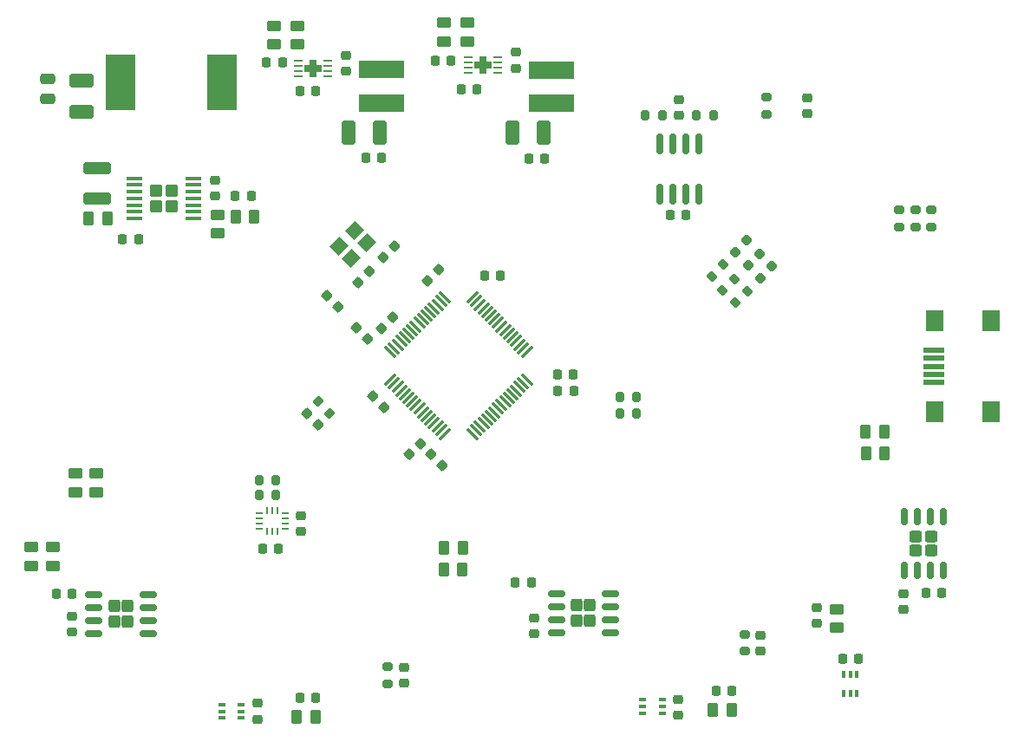
<source format=gtp>
G04 #@! TF.GenerationSoftware,KiCad,Pcbnew,8.0.1*
G04 #@! TF.CreationDate,2024-05-07T00:12:20+05:00*
G04 #@! TF.ProjectId,MyVesc,4d795665-7363-42e6-9b69-6361645f7063,rev?*
G04 #@! TF.SameCoordinates,Original*
G04 #@! TF.FileFunction,Paste,Top*
G04 #@! TF.FilePolarity,Positive*
%FSLAX46Y46*%
G04 Gerber Fmt 4.6, Leading zero omitted, Abs format (unit mm)*
G04 Created by KiCad (PCBNEW 8.0.1) date 2024-05-07 00:12:20*
%MOMM*%
%LPD*%
G01*
G04 APERTURE LIST*
G04 Aperture macros list*
%AMRoundRect*
0 Rectangle with rounded corners*
0 $1 Rounding radius*
0 $2 $3 $4 $5 $6 $7 $8 $9 X,Y pos of 4 corners*
0 Add a 4 corners polygon primitive as box body*
4,1,4,$2,$3,$4,$5,$6,$7,$8,$9,$2,$3,0*
0 Add four circle primitives for the rounded corners*
1,1,$1+$1,$2,$3*
1,1,$1+$1,$4,$5*
1,1,$1+$1,$6,$7*
1,1,$1+$1,$8,$9*
0 Add four rect primitives between the rounded corners*
20,1,$1+$1,$2,$3,$4,$5,0*
20,1,$1+$1,$4,$5,$6,$7,0*
20,1,$1+$1,$6,$7,$8,$9,0*
20,1,$1+$1,$8,$9,$2,$3,0*%
%AMRotRect*
0 Rectangle, with rotation*
0 The origin of the aperture is its center*
0 $1 length*
0 $2 width*
0 $3 Rotation angle, in degrees counterclockwise*
0 Add horizontal line*
21,1,$1,$2,0,0,$3*%
G04 Aperture macros list end*
%ADD10RoundRect,0.200000X0.275000X-0.200000X0.275000X0.200000X-0.275000X0.200000X-0.275000X-0.200000X0*%
%ADD11RoundRect,0.200000X-0.053033X0.335876X-0.335876X0.053033X0.053033X-0.335876X0.335876X-0.053033X0*%
%ADD12RoundRect,0.250000X-0.450000X0.262500X-0.450000X-0.262500X0.450000X-0.262500X0.450000X0.262500X0*%
%ADD13RoundRect,0.225000X-0.250000X0.225000X-0.250000X-0.225000X0.250000X-0.225000X0.250000X0.225000X0*%
%ADD14RoundRect,0.250000X0.450000X-0.262500X0.450000X0.262500X-0.450000X0.262500X-0.450000X-0.262500X0*%
%ADD15RoundRect,0.225000X0.225000X0.250000X-0.225000X0.250000X-0.225000X-0.250000X0.225000X-0.250000X0*%
%ADD16RoundRect,0.225000X0.250000X-0.225000X0.250000X0.225000X-0.250000X0.225000X-0.250000X-0.225000X0*%
%ADD17RoundRect,0.200000X-0.275000X0.200000X-0.275000X-0.200000X0.275000X-0.200000X0.275000X0.200000X0*%
%ADD18R,0.675000X0.250000*%
%ADD19R,0.250000X0.675000*%
%ADD20RoundRect,0.225000X-0.335876X-0.017678X-0.017678X-0.335876X0.335876X0.017678X0.017678X0.335876X0*%
%ADD21RoundRect,0.225000X-0.225000X-0.250000X0.225000X-0.250000X0.225000X0.250000X-0.225000X0.250000X0*%
%ADD22RoundRect,0.250000X1.100000X-0.325000X1.100000X0.325000X-1.100000X0.325000X-1.100000X-0.325000X0*%
%ADD23RoundRect,0.250000X0.412500X0.925000X-0.412500X0.925000X-0.412500X-0.925000X0.412500X-0.925000X0*%
%ADD24RotRect,1.400000X1.200000X225.000000*%
%ADD25RoundRect,0.250000X-0.305000X-0.375000X0.305000X-0.375000X0.305000X0.375000X-0.305000X0.375000X0*%
%ADD26RoundRect,0.150000X-0.675000X-0.150000X0.675000X-0.150000X0.675000X0.150000X-0.675000X0.150000X0*%
%ADD27RoundRect,0.250000X-0.262500X-0.450000X0.262500X-0.450000X0.262500X0.450000X-0.262500X0.450000X0*%
%ADD28R,0.700000X0.650000*%
%ADD29R,1.800000X0.700000*%
%ADD30O,0.850000X0.250000*%
%ADD31RoundRect,0.225000X-0.017678X0.335876X-0.335876X0.017678X0.017678X-0.335876X0.335876X-0.017678X0*%
%ADD32R,2.000000X0.500000*%
%ADD33R,1.700000X2.000000*%
%ADD34RoundRect,0.250001X-0.354999X-0.374999X0.354999X-0.374999X0.354999X0.374999X-0.354999X0.374999X0*%
%ADD35RoundRect,0.100000X-0.687500X-0.100000X0.687500X-0.100000X0.687500X0.100000X-0.687500X0.100000X0*%
%ADD36RoundRect,0.250000X0.262500X0.450000X-0.262500X0.450000X-0.262500X-0.450000X0.262500X-0.450000X0*%
%ADD37RoundRect,0.075000X-0.548008X0.441942X0.441942X-0.548008X0.548008X-0.441942X-0.441942X0.548008X0*%
%ADD38RoundRect,0.075000X-0.548008X-0.441942X-0.441942X-0.548008X0.548008X0.441942X0.441942X0.548008X0*%
%ADD39RoundRect,0.225000X0.017678X-0.335876X0.335876X-0.017678X-0.017678X0.335876X-0.335876X0.017678X0*%
%ADD40RoundRect,0.200000X0.200000X0.275000X-0.200000X0.275000X-0.200000X-0.275000X0.200000X-0.275000X0*%
%ADD41RoundRect,0.218750X-0.026517X0.335876X-0.335876X0.026517X0.026517X-0.335876X0.335876X-0.026517X0*%
%ADD42RoundRect,0.200000X-0.200000X-0.275000X0.200000X-0.275000X0.200000X0.275000X-0.200000X0.275000X0*%
%ADD43RoundRect,0.250000X-0.925000X0.412500X-0.925000X-0.412500X0.925000X-0.412500X0.925000X0.412500X0*%
%ADD44RoundRect,0.100000X0.225000X0.100000X-0.225000X0.100000X-0.225000X-0.100000X0.225000X-0.100000X0*%
%ADD45RoundRect,0.225000X0.335876X0.017678X0.017678X0.335876X-0.335876X-0.017678X-0.017678X-0.335876X0*%
%ADD46RoundRect,0.250000X-0.475000X0.250000X-0.475000X-0.250000X0.475000X-0.250000X0.475000X0.250000X0*%
%ADD47R,4.500000X1.750000*%
%ADD48RoundRect,0.150000X0.150000X-0.825000X0.150000X0.825000X-0.150000X0.825000X-0.150000X-0.825000X0*%
%ADD49RoundRect,0.250000X0.375000X-0.305000X0.375000X0.305000X-0.375000X0.305000X-0.375000X-0.305000X0*%
%ADD50RoundRect,0.150000X0.150000X-0.675000X0.150000X0.675000X-0.150000X0.675000X-0.150000X-0.675000X0*%
%ADD51RoundRect,0.200000X0.335876X0.053033X0.053033X0.335876X-0.335876X-0.053033X-0.053033X-0.335876X0*%
%ADD52R,2.900000X5.400000*%
%ADD53RoundRect,0.100000X-0.100000X0.225000X-0.100000X-0.225000X0.100000X-0.225000X0.100000X0.225000X0*%
G04 APERTURE END LIST*
D10*
X294500000Y-105025000D03*
X294500000Y-103375000D03*
D11*
X275300000Y-110100000D03*
X274133274Y-111266726D03*
D12*
X208760419Y-136327500D03*
X208760419Y-138152500D03*
D13*
X282400000Y-92425000D03*
X282400000Y-93975000D03*
X232942501Y-133232498D03*
X232942501Y-134782498D03*
D14*
X230350000Y-87212500D03*
X230350000Y-85387500D03*
D15*
X210585419Y-140890000D03*
X209035419Y-140890000D03*
D16*
X224550000Y-102025000D03*
X224550000Y-100475000D03*
D17*
X241437500Y-148015000D03*
X241437500Y-149665000D03*
D18*
X228870001Y-133012499D03*
X228870001Y-133512499D03*
X228870001Y-134012499D03*
X228870001Y-134512499D03*
D19*
X229632501Y-134774999D03*
X230132501Y-134775000D03*
X230632501Y-134774999D03*
D18*
X231395001Y-134512499D03*
X231395001Y-134012499D03*
X231395001Y-133512499D03*
X231395001Y-133012499D03*
D19*
X230632501Y-132749999D03*
X230132501Y-132749998D03*
X229632501Y-132749999D03*
D20*
X238362114Y-114905368D03*
X239458130Y-116001384D03*
D21*
X248600000Y-91600000D03*
X250150000Y-91600000D03*
D10*
X291400000Y-105025000D03*
X291400000Y-103375000D03*
D22*
X213050000Y-102225000D03*
X213050000Y-99275000D03*
D23*
X240687500Y-95800000D03*
X237612500Y-95800000D03*
D13*
X283350000Y-142225000D03*
X283350000Y-143775000D03*
D21*
X293975000Y-140825000D03*
X295525000Y-140825000D03*
D24*
X238210831Y-105375909D03*
X236655196Y-106931544D03*
X237857277Y-108133625D03*
X239412912Y-106577990D03*
D25*
X259850419Y-141990000D03*
X259850419Y-143490000D03*
X261170419Y-141990000D03*
X261170419Y-143490000D03*
D26*
X257885419Y-140835000D03*
X257885419Y-142105000D03*
X257885419Y-143375000D03*
X257885419Y-144645000D03*
X263135419Y-144645000D03*
X263135419Y-143375000D03*
X263135419Y-142105000D03*
X263135419Y-140835000D03*
D10*
X292950000Y-105025000D03*
X292950000Y-103375000D03*
D20*
X240001992Y-121551992D03*
X241098008Y-122648008D03*
D11*
X276515339Y-111288824D03*
X275348613Y-112455550D03*
D27*
X288100000Y-125000000D03*
X289925000Y-125000000D03*
D28*
X250700000Y-88750000D03*
D29*
X250700000Y-89250000D03*
D28*
X250700000Y-89750000D03*
D30*
X249250000Y-88500000D03*
X249250000Y-89000000D03*
X249250000Y-89500000D03*
X249250000Y-90000000D03*
X252150000Y-90000000D03*
X252150000Y-89500000D03*
X252150000Y-89000000D03*
X252150000Y-88500000D03*
D13*
X253950000Y-87975000D03*
X253950000Y-89525000D03*
X242987500Y-148065000D03*
X242987500Y-149615000D03*
D14*
X224800000Y-105662500D03*
X224800000Y-103837500D03*
D31*
X246423134Y-109213155D03*
X245327118Y-110309171D03*
D32*
X294750000Y-120250000D03*
X294750000Y-119450000D03*
X294750000Y-118650000D03*
X294750000Y-117850000D03*
X294750000Y-117050000D03*
D33*
X294850000Y-123100000D03*
X300300000Y-123100000D03*
X294850000Y-114200000D03*
X300300000Y-114200000D03*
D21*
X258025000Y-121025004D03*
X259575000Y-121025004D03*
D13*
X255760419Y-143215000D03*
X255760419Y-144765000D03*
D15*
X270540000Y-103900000D03*
X268990000Y-103900000D03*
D34*
X218800000Y-101475000D03*
X218800000Y-103025000D03*
X220300000Y-101475000D03*
X220300000Y-103025000D03*
D35*
X216687500Y-100300000D03*
X216687500Y-100950000D03*
X216687500Y-101600000D03*
X216687500Y-102250000D03*
X216687500Y-102900000D03*
X216687500Y-103550000D03*
X216687500Y-104200000D03*
X222412500Y-104200000D03*
X222412500Y-103550000D03*
X222412500Y-102900000D03*
X222412500Y-102250000D03*
X222412500Y-101600000D03*
X222412500Y-100950000D03*
X222412500Y-100300000D03*
D36*
X234362500Y-152922498D03*
X232537500Y-152922498D03*
D37*
X246988819Y-111935519D03*
X246635266Y-112289072D03*
X246281713Y-112642625D03*
X245928159Y-112996179D03*
X245574606Y-113349732D03*
X245221052Y-113703286D03*
X244867499Y-114056839D03*
X244513946Y-114410392D03*
X244160392Y-114763946D03*
X243806839Y-115117499D03*
X243453286Y-115471052D03*
X243099732Y-115824606D03*
X242746179Y-116178159D03*
X242392625Y-116531713D03*
X242039072Y-116885266D03*
X241685519Y-117238819D03*
D38*
X241685519Y-119961181D03*
X242039072Y-120314734D03*
X242392625Y-120668287D03*
X242746179Y-121021841D03*
X243099732Y-121375394D03*
X243453286Y-121728948D03*
X243806839Y-122082501D03*
X244160392Y-122436054D03*
X244513946Y-122789608D03*
X244867499Y-123143161D03*
X245221052Y-123496714D03*
X245574606Y-123850268D03*
X245928159Y-124203821D03*
X246281713Y-124557375D03*
X246635266Y-124910928D03*
X246988819Y-125264481D03*
D37*
X249711181Y-125264481D03*
X250064734Y-124910928D03*
X250418287Y-124557375D03*
X250771841Y-124203821D03*
X251125394Y-123850268D03*
X251478948Y-123496714D03*
X251832501Y-123143161D03*
X252186054Y-122789608D03*
X252539608Y-122436054D03*
X252893161Y-122082501D03*
X253246714Y-121728948D03*
X253600268Y-121375394D03*
X253953821Y-121021841D03*
X254307375Y-120668287D03*
X254660928Y-120314734D03*
X255014481Y-119961181D03*
D38*
X255014481Y-117238819D03*
X254660928Y-116885266D03*
X254307375Y-116531713D03*
X253953821Y-116178159D03*
X253600268Y-115824606D03*
X253246714Y-115471052D03*
X252893161Y-115117499D03*
X252539608Y-114763946D03*
X252186054Y-114410392D03*
X251832501Y-114056839D03*
X251478948Y-113703286D03*
X251125394Y-113349732D03*
X250771841Y-112996179D03*
X250418287Y-112642625D03*
X250064734Y-112289072D03*
X249711181Y-111935519D03*
D27*
X246947919Y-136417500D03*
X248772919Y-136417500D03*
X226575000Y-104000000D03*
X228400000Y-104000000D03*
D39*
X241021580Y-108009876D03*
X242117596Y-106913860D03*
D27*
X288112500Y-127150000D03*
X289937500Y-127150000D03*
D40*
X230517501Y-129757500D03*
X228867501Y-129757500D03*
D12*
X206645417Y-136340000D03*
X206645417Y-138165000D03*
D15*
X230767501Y-136507499D03*
X229217501Y-136507499D03*
D41*
X276488824Y-106365592D03*
X275375130Y-107479286D03*
D15*
X252425000Y-109800000D03*
X250875000Y-109800000D03*
D14*
X210950000Y-130962500D03*
X210950000Y-129137500D03*
D42*
X264075000Y-123225000D03*
X265725000Y-123225000D03*
D15*
X255435419Y-139740000D03*
X253885419Y-139740000D03*
D13*
X210625419Y-143065000D03*
X210625419Y-144615000D03*
D31*
X244655367Y-126183722D03*
X243559351Y-127279738D03*
D11*
X274210171Y-108700813D03*
X273043445Y-109867539D03*
D43*
X211500000Y-90762500D03*
X211500000Y-93837500D03*
D15*
X240825000Y-98300000D03*
X239275000Y-98300000D03*
X256775000Y-98350000D03*
X255225000Y-98350000D03*
D27*
X273200000Y-152187500D03*
X275025000Y-152187500D03*
D12*
X232600000Y-85387500D03*
X232600000Y-87212500D03*
D13*
X228675000Y-151575000D03*
X228675000Y-153125000D03*
D44*
X227125000Y-153000000D03*
X227125000Y-152350000D03*
X227125000Y-151700000D03*
X225225000Y-151700000D03*
X225225000Y-152350000D03*
X225225000Y-153000000D03*
D45*
X234632129Y-124327569D03*
X233536113Y-123231553D03*
X246776684Y-128340396D03*
X245680668Y-127244380D03*
D21*
X226550000Y-102000000D03*
X228100000Y-102000000D03*
D46*
X208250000Y-90600000D03*
X208250000Y-92500000D03*
D47*
X240850000Y-92925000D03*
X240850000Y-89675000D03*
D42*
X264075000Y-121675000D03*
X265725000Y-121675000D03*
D13*
X291800000Y-140850000D03*
X291800000Y-142400000D03*
D48*
X267990000Y-101850000D03*
X269260000Y-101850000D03*
X270530000Y-101850000D03*
X271800000Y-101850000D03*
X271800000Y-96900000D03*
X270530000Y-96900000D03*
X269260000Y-96900000D03*
X267990000Y-96900000D03*
D13*
X269762500Y-151162500D03*
X269762500Y-152712500D03*
D42*
X266570000Y-94125000D03*
X268220000Y-94125000D03*
D13*
X277850000Y-144900000D03*
X277850000Y-146450000D03*
D20*
X235508860Y-111773418D03*
X236604876Y-112869434D03*
D25*
X214715419Y-142090000D03*
X214715419Y-143590000D03*
X216035419Y-142090000D03*
X216035419Y-143590000D03*
D26*
X212750419Y-140935000D03*
X212750419Y-142205000D03*
X212750419Y-143475000D03*
X212750419Y-144745000D03*
X218000419Y-144745000D03*
X218000419Y-143475000D03*
X218000419Y-142205000D03*
X218000419Y-140935000D03*
D27*
X246897919Y-138490000D03*
X248722919Y-138490000D03*
D31*
X241933005Y-113844708D03*
X240836989Y-114940724D03*
D21*
X232825000Y-91800000D03*
X234375000Y-91800000D03*
D15*
X247625000Y-88800000D03*
X246075000Y-88800000D03*
D44*
X268212500Y-152537500D03*
X268212500Y-151887500D03*
X268212500Y-151237500D03*
X266312500Y-151237500D03*
X266312500Y-151887500D03*
X266312500Y-152537500D03*
D49*
X293000000Y-136610000D03*
X294500000Y-136610000D03*
X293000000Y-135290000D03*
X294500000Y-135290000D03*
D50*
X291845000Y-138575000D03*
X293115000Y-138575000D03*
X294385000Y-138575000D03*
X295655000Y-138575000D03*
X295655000Y-133325000D03*
X294385000Y-133325000D03*
X293115000Y-133325000D03*
X291845000Y-133325000D03*
D21*
X215525000Y-106250000D03*
X217075000Y-106250000D03*
X285856250Y-147237500D03*
X287406250Y-147237500D03*
D14*
X212950001Y-130962500D03*
X212950001Y-129137500D03*
D51*
X235763498Y-123266907D03*
X234596772Y-122100181D03*
D14*
X285250000Y-144212500D03*
X285250000Y-142387500D03*
D16*
X269895000Y-94125000D03*
X269895000Y-92575000D03*
D13*
X237350000Y-88275000D03*
X237350000Y-89825000D03*
D36*
X214050000Y-104250000D03*
X212225000Y-104250000D03*
D10*
X278400000Y-94025000D03*
X278400000Y-92375000D03*
D41*
X278901825Y-108902338D03*
X277788131Y-110016032D03*
D23*
X256637500Y-95850000D03*
X253562500Y-95850000D03*
D42*
X271570000Y-94125000D03*
X273220000Y-94125000D03*
D14*
X246950000Y-86912500D03*
X246950000Y-85087500D03*
D15*
X259525000Y-119425000D03*
X257975000Y-119425000D03*
D12*
X249200000Y-85087500D03*
X249200000Y-86912500D03*
D31*
X239642721Y-109388738D03*
X238546705Y-110484754D03*
D17*
X276275000Y-144850000D03*
X276275000Y-146500000D03*
D41*
X277748356Y-107651642D03*
X276634662Y-108765336D03*
D15*
X275062500Y-150327500D03*
X273512500Y-150327500D03*
D42*
X228867501Y-131257498D03*
X230517501Y-131257498D03*
D47*
X257400000Y-92975000D03*
X257400000Y-89725000D03*
D15*
X234400000Y-151050000D03*
X232850000Y-151050000D03*
D28*
X234100000Y-89050000D03*
D29*
X234100000Y-89550000D03*
D28*
X234100000Y-90050000D03*
D30*
X232650000Y-88800000D03*
X232650000Y-89300000D03*
X232650000Y-89800000D03*
X232650000Y-90300000D03*
X235550000Y-90300000D03*
X235550000Y-89800000D03*
X235550000Y-89300000D03*
X235550000Y-88800000D03*
D52*
X215350000Y-90900000D03*
X225250000Y-90900000D03*
D15*
X231125000Y-89000000D03*
X229575000Y-89000000D03*
D53*
X287231250Y-148737500D03*
X286581250Y-148737500D03*
X285931250Y-148737500D03*
X285931250Y-150637500D03*
X286581250Y-150637500D03*
X287231250Y-150637500D03*
M02*

</source>
